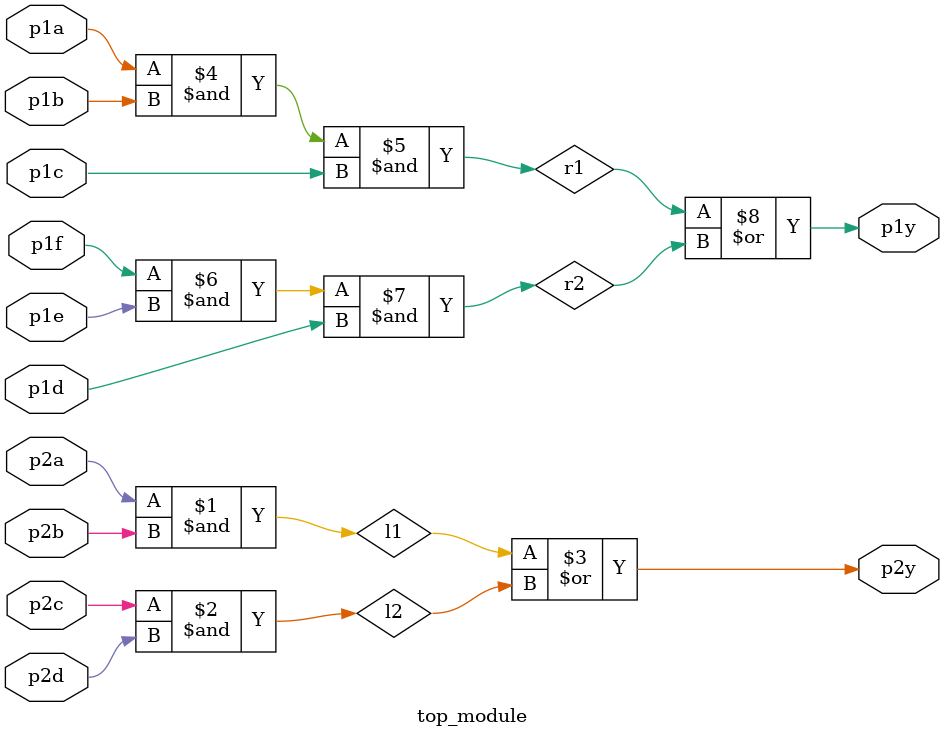
<source format=v>
module top_module ( 
    input p1a, p1b, p1c, p1d, p1e, p1f,
    output p1y,
    input p2a, p2b, p2c, p2d,
    output p2y );
    wire l1,l2;
    assign l1=p2a&p2b;
    assign l2=p2c&p2d;
    assign p2y=l1|l2;
    wire r1,r2;
    assign r1=p1a&p1b&p1c;
    assign r2=p1f&p1e&p1d;
    assign p1y=r1|r2;


endmodule
</source>
